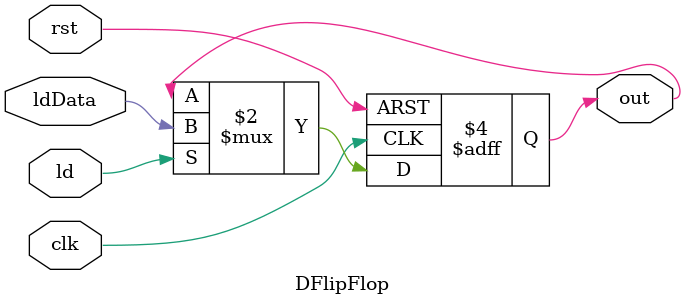
<source format=v>
module DFlipFlop (
    input ld, clk, rst,
    input ldData,
    output reg out
);
    always @(posedge clk or posedge rst) begin
        if (rst) out <= 1'b0;
        else if (ld) out <= ldData;
    end
endmodule

</source>
